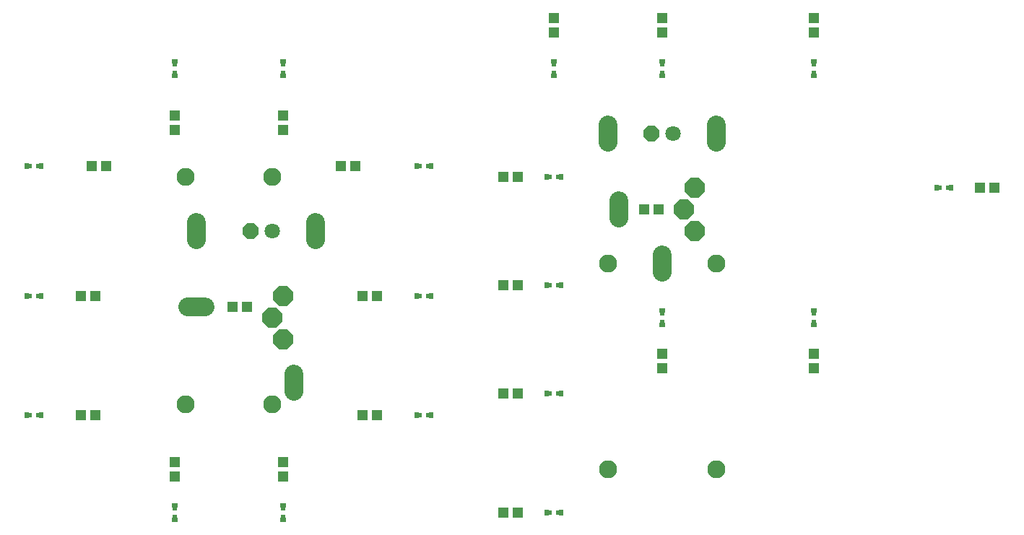
<source format=gbr>
G04 EAGLE Gerber RS-274X export*
G75*
%MOMM*%
%FSLAX34Y34*%
%LPD*%
%INSoldermask Top*%
%IPPOS*%
%AMOC8*
5,1,8,0,0,1.08239X$1,22.5*%
G01*
%ADD10C,0.553200*%
%ADD11C,2.108200*%
%ADD12P,1.951982X8X202.500000*%
%ADD13C,1.803400*%
%ADD14R,0.553200X0.553200*%
%ADD15R,0.350000X0.375000*%
%ADD16R,0.800000X0.500000*%
%ADD17R,0.350000X0.350000*%
%ADD18R,0.375000X0.350000*%
%ADD19R,0.500000X0.800000*%
%ADD20R,1.303200X1.203200*%
%ADD21R,1.203200X1.303200*%
%ADD22C,2.184400*%
%ADD23P,2.556822X8X22.500000*%


D10*
X431800Y482600D03*
D11*
X317500Y622300D03*
X419100Y622300D03*
X317500Y355600D03*
X419100Y355600D03*
X812800Y520700D03*
X939800Y520700D03*
X939800Y279400D03*
X812800Y279400D03*
D12*
X393700Y558800D03*
D13*
X419100Y558800D03*
D14*
X431800Y233600D03*
X431800Y223600D03*
D15*
X431800Y223475D03*
D16*
X431800Y219850D03*
X431800Y237350D03*
D17*
X431800Y233600D03*
D14*
X591900Y342900D03*
X601900Y342900D03*
D18*
X602025Y342900D03*
D19*
X605650Y342900D03*
X588150Y342900D03*
D17*
X591900Y342900D03*
D14*
X304800Y233600D03*
X304800Y223600D03*
D15*
X304800Y223475D03*
D16*
X304800Y219850D03*
X304800Y237350D03*
D17*
X304800Y233600D03*
D14*
X144700Y342900D03*
X134700Y342900D03*
D18*
X134575Y342900D03*
D19*
X130950Y342900D03*
X148450Y342900D03*
D17*
X144700Y342900D03*
D14*
X144700Y482600D03*
X134700Y482600D03*
D18*
X134575Y482600D03*
D19*
X130950Y482600D03*
X148450Y482600D03*
D17*
X144700Y482600D03*
D14*
X144700Y635000D03*
X134700Y635000D03*
D18*
X134575Y635000D03*
D19*
X130950Y635000D03*
X148450Y635000D03*
D17*
X144700Y635000D03*
D14*
X304800Y744300D03*
X304800Y754300D03*
D15*
X304800Y754425D03*
D16*
X304800Y758050D03*
X304800Y740550D03*
D17*
X304800Y744300D03*
D14*
X431800Y744300D03*
X431800Y754300D03*
D15*
X431800Y754425D03*
D16*
X431800Y758050D03*
X431800Y740550D03*
D17*
X431800Y744300D03*
D14*
X591900Y635000D03*
X601900Y635000D03*
D18*
X602025Y635000D03*
D19*
X605650Y635000D03*
X588150Y635000D03*
D17*
X591900Y635000D03*
D14*
X591900Y482600D03*
X601900Y482600D03*
D18*
X602025Y482600D03*
D19*
X605650Y482600D03*
X588150Y482600D03*
D17*
X591900Y482600D03*
D20*
X431800Y270900D03*
X431800Y287900D03*
D21*
X541900Y342900D03*
X524900Y342900D03*
X372500Y469900D03*
X389500Y469900D03*
D20*
X304800Y270900D03*
X304800Y287900D03*
D21*
X194700Y342900D03*
X211700Y342900D03*
X194700Y482600D03*
X211700Y482600D03*
X207400Y635000D03*
X224400Y635000D03*
D20*
X304800Y694300D03*
X304800Y677300D03*
X431800Y694300D03*
X431800Y677300D03*
D21*
X516500Y635000D03*
X499500Y635000D03*
X541900Y482600D03*
X524900Y482600D03*
D22*
X469900Y548894D02*
X469900Y568706D01*
X340106Y469900D02*
X320294Y469900D01*
X444500Y390906D02*
X444500Y371094D01*
X330200Y548894D02*
X330200Y568706D01*
D23*
X431800Y482600D03*
X419100Y457200D03*
X431800Y431800D03*
D14*
X744300Y495300D03*
X754300Y495300D03*
D18*
X754425Y495300D03*
D19*
X758050Y495300D03*
X740550Y495300D03*
D17*
X744300Y495300D03*
D14*
X876300Y452200D03*
X876300Y462200D03*
D15*
X876300Y462325D03*
D16*
X876300Y465950D03*
X876300Y448450D03*
D17*
X876300Y452200D03*
D14*
X1054100Y452200D03*
X1054100Y462200D03*
D15*
X1054100Y462325D03*
D16*
X1054100Y465950D03*
X1054100Y448450D03*
D17*
X1054100Y452200D03*
D14*
X1211500Y609600D03*
X1201500Y609600D03*
D18*
X1201375Y609600D03*
D19*
X1197750Y609600D03*
X1215250Y609600D03*
D17*
X1211500Y609600D03*
D14*
X1054100Y754300D03*
X1054100Y744300D03*
D15*
X1054100Y744175D03*
D16*
X1054100Y740550D03*
X1054100Y758050D03*
D17*
X1054100Y754300D03*
D14*
X876300Y754300D03*
X876300Y744300D03*
D15*
X876300Y744175D03*
D16*
X876300Y740550D03*
X876300Y758050D03*
D17*
X876300Y754300D03*
D14*
X749300Y754300D03*
X749300Y744300D03*
D15*
X749300Y744175D03*
D16*
X749300Y740550D03*
X749300Y758050D03*
D17*
X749300Y754300D03*
D14*
X744300Y622300D03*
X754300Y622300D03*
D18*
X754425Y622300D03*
D19*
X758050Y622300D03*
X740550Y622300D03*
D17*
X744300Y622300D03*
D14*
X744300Y368300D03*
X754300Y368300D03*
D18*
X754425Y368300D03*
D19*
X758050Y368300D03*
X740550Y368300D03*
D17*
X744300Y368300D03*
D14*
X744300Y228600D03*
X754300Y228600D03*
D18*
X754425Y228600D03*
D19*
X758050Y228600D03*
X740550Y228600D03*
D17*
X744300Y228600D03*
D21*
X707000Y495300D03*
X690000Y495300D03*
D20*
X876300Y414900D03*
X876300Y397900D03*
X1054100Y414900D03*
X1054100Y397900D03*
D21*
X1248800Y609600D03*
X1265800Y609600D03*
D20*
X1054100Y791600D03*
X1054100Y808600D03*
X876300Y791600D03*
X876300Y808600D03*
X749300Y791600D03*
X749300Y808600D03*
D21*
X707000Y622300D03*
X690000Y622300D03*
X707000Y368300D03*
X690000Y368300D03*
X707000Y228600D03*
X690000Y228600D03*
D12*
X863600Y673100D03*
D13*
X889000Y673100D03*
D21*
X855100Y584200D03*
X872100Y584200D03*
D22*
X939800Y663194D02*
X939800Y683006D01*
X825500Y594106D02*
X825500Y574294D01*
X876300Y530606D02*
X876300Y510794D01*
X812800Y663194D02*
X812800Y683006D01*
D23*
X914400Y609600D03*
X901700Y584200D03*
X914400Y558800D03*
M02*

</source>
